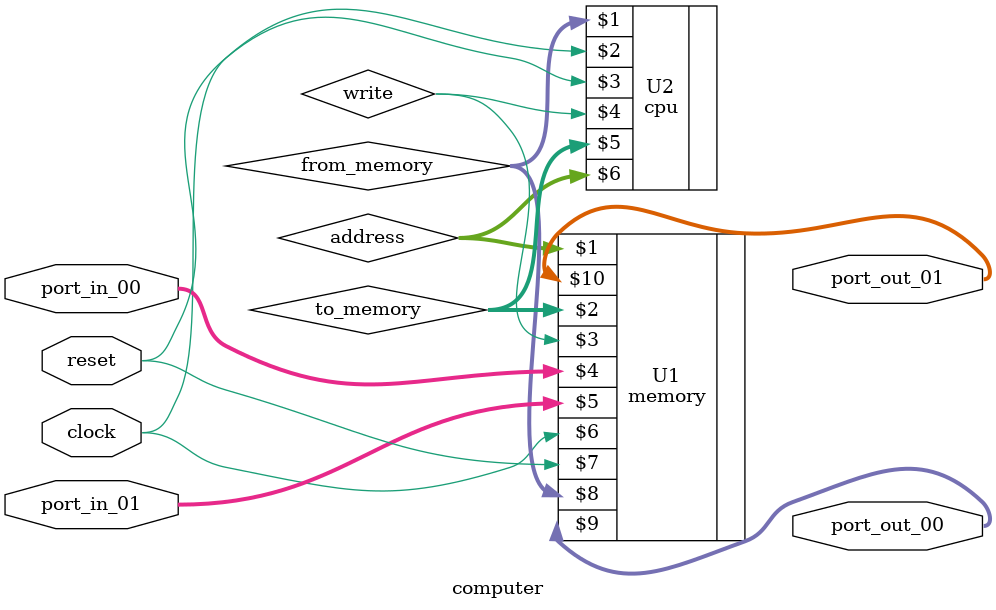
<source format=v>
`timescale 1ns / 1ps


module computer( // connects memory and cpu
input wire clock,
input wire reset,
input wire [7:0]port_in_00,
input wire [7:0]port_in_01,
output wire [7:0]port_out_00,
output wire [7:0]port_out_01
    );
wire [7:0]from_memory;
wire [7:0]to_memory;
wire [7:0]address;
wire write;
memory U1(address[7:0],to_memory[7:0],write,port_in_00[7:0],port_in_01[7:0],clock,reset,from_memory[7:0],port_out_00[7:0],port_out_01[7:0]);
cpu U2(from_memory[7:0],clock,reset,write,to_memory[7:0],address[7:0]);
endmodule

</source>
